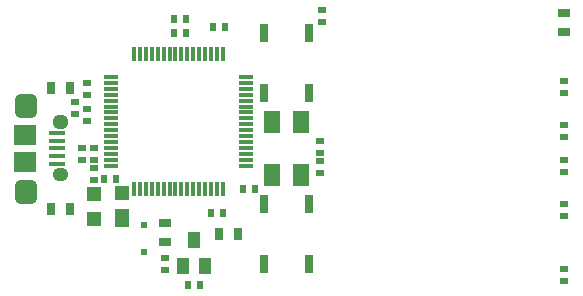
<source format=gtp>
G04 EAGLE Gerber RS-274X export*
G75*
%MOMM*%
%FSLAX34Y34*%
%LPD*%
%INTop Paste*%
%IPPOS*%
%AMOC8*
5,1,8,0,0,1.08239X$1,22.5*%
G01*
%ADD10R,0.762000X1.524000*%
%ADD11R,1.400000X1.900000*%
%ADD12R,1.000000X1.400000*%
%ADD13R,1.200000X0.300000*%
%ADD14R,0.300000X1.200000*%
%ADD15R,1.350000X0.400000*%
%ADD16R,1.900000X1.800000*%
%ADD17C,0.950000*%
%ADD18C,0.990000*%
%ADD19R,1.000000X0.800000*%
%ADD20R,1.200000X1.500000*%
%ADD21R,1.200000X1.200000*%
%ADD22R,0.600000X0.500000*%
%ADD23R,0.750000X0.500000*%
%ADD24R,0.800000X1.000000*%
%ADD25R,0.500000X0.750000*%


D10*
X257810Y231648D03*
X257810Y180848D03*
X219710Y231648D03*
X219710Y180848D03*
X257810Y86360D03*
X257810Y35560D03*
X219710Y86360D03*
X219710Y35560D03*
D11*
X226260Y156104D03*
X226260Y111104D03*
X251260Y111104D03*
X251260Y156104D03*
D12*
X160528Y55704D03*
X170028Y33704D03*
X151028Y33704D03*
D13*
X204320Y118964D03*
X204320Y123964D03*
X204320Y128964D03*
X204320Y133964D03*
X204320Y138964D03*
X204320Y143964D03*
X204320Y148964D03*
X204320Y153964D03*
X204320Y158964D03*
X204320Y163964D03*
X204320Y168964D03*
X204320Y173964D03*
X204320Y178964D03*
X204320Y183964D03*
X204320Y188964D03*
X204320Y193964D03*
D14*
X184820Y213464D03*
X179820Y213464D03*
X174820Y213464D03*
X169820Y213464D03*
X164820Y213464D03*
X159820Y213464D03*
X154820Y213464D03*
X149820Y213464D03*
X144820Y213464D03*
X139820Y213464D03*
X134820Y213464D03*
X129820Y213464D03*
X124820Y213464D03*
X119820Y213464D03*
X114820Y213464D03*
X109820Y213464D03*
D13*
X90320Y193964D03*
X90320Y188964D03*
X90320Y183964D03*
X90320Y178964D03*
X90320Y173964D03*
X90320Y168964D03*
X90320Y163964D03*
X90320Y158964D03*
X90320Y153964D03*
X90320Y148964D03*
X90320Y143964D03*
X90320Y138964D03*
X90320Y133964D03*
X90320Y128964D03*
X90320Y123964D03*
X90320Y118964D03*
D14*
X109820Y99464D03*
X114820Y99464D03*
X119820Y99464D03*
X124820Y99464D03*
X129820Y99464D03*
X134820Y99464D03*
X139820Y99464D03*
X144820Y99464D03*
X149820Y99464D03*
X154820Y99464D03*
X159820Y99464D03*
X164820Y99464D03*
X169820Y99464D03*
X174820Y99464D03*
X179820Y99464D03*
X184820Y99464D03*
D15*
X44276Y133604D03*
X44276Y140104D03*
X44276Y146604D03*
X44276Y127104D03*
X44276Y120604D03*
D16*
X17526Y145104D03*
X17526Y122104D03*
D17*
X22276Y102854D02*
X22276Y91604D01*
X12776Y91604D01*
X12776Y102854D01*
X22276Y102854D01*
X22276Y100629D02*
X12776Y100629D01*
X22276Y164354D02*
X22276Y175604D01*
X22276Y164354D02*
X12776Y164354D01*
X12776Y175604D01*
X22276Y175604D01*
X22276Y173379D02*
X12776Y173379D01*
D18*
X46226Y155304D02*
X48826Y155304D01*
X46226Y155304D02*
X46226Y156404D01*
X48826Y156404D01*
X48826Y155304D01*
X48826Y110804D02*
X46226Y110804D01*
X46226Y111904D01*
X48826Y111904D01*
X48826Y110804D01*
D19*
X136144Y69976D03*
X136144Y53976D03*
D20*
X99156Y74848D03*
D21*
X99156Y95358D03*
X75596Y95308D03*
X75596Y73348D03*
D22*
X118364Y68904D03*
X118364Y45904D03*
D23*
X70104Y166624D03*
X70104Y156464D03*
X66040Y134112D03*
X66040Y123952D03*
X76200Y134112D03*
X76200Y123952D03*
X59944Y172720D03*
X59944Y162560D03*
X70104Y188976D03*
X70104Y178816D03*
D24*
X55752Y184912D03*
X39752Y184912D03*
X55752Y82296D03*
X39752Y82296D03*
D23*
X267208Y130048D03*
X267208Y140208D03*
X267208Y122936D03*
X267208Y112776D03*
D25*
X153416Y231648D03*
X143256Y231648D03*
X84328Y107696D03*
X94488Y107696D03*
D23*
X76200Y106680D03*
X76200Y116840D03*
D25*
X174752Y79248D03*
X184912Y79248D03*
X153416Y242824D03*
X143256Y242824D03*
X212344Y99568D03*
X202184Y99568D03*
X186944Y236728D03*
X176784Y236728D03*
D23*
X269240Y240792D03*
X269240Y250952D03*
X473456Y143256D03*
X473456Y153416D03*
X473456Y123952D03*
X473456Y113792D03*
X473456Y76200D03*
X473456Y86360D03*
X473456Y21336D03*
X473456Y31496D03*
D25*
X165608Y18288D03*
X155448Y18288D03*
D23*
X136144Y40640D03*
X136144Y30480D03*
D24*
X197992Y60960D03*
X181992Y60960D03*
D23*
X473456Y180848D03*
X473456Y191008D03*
D19*
X473456Y247776D03*
X473456Y231776D03*
M02*

</source>
